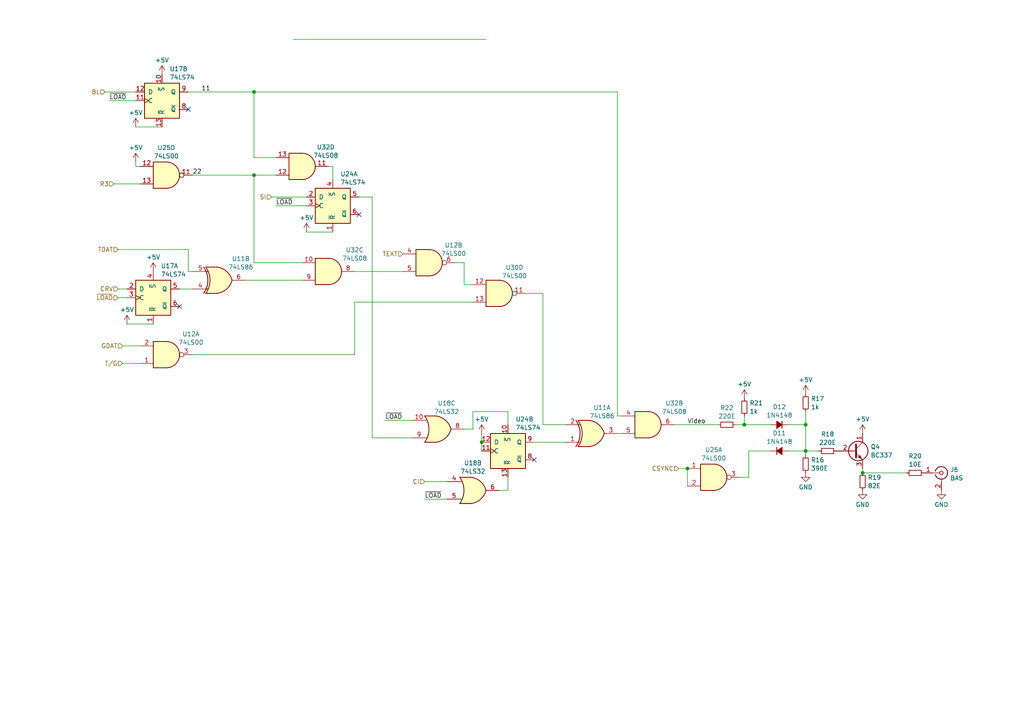
<source format=kicad_sch>
(kicad_sch (version 20231120) (generator "eeschema") (generator_version "8.0")
  (paper "A4")
  (title_block (title "EVA 86 (Epson Video Adapter)") (date "2024-10-12") (rev "v0.1") (company "100% Offner"))
  (lib_symbols
    (symbol "74xx:74LS00" (pin_names (offset 1.016))
      (property "Reference" "U" (at 0 1.27 0))
      (property "Value" "74LS00" (at 0 -1.27 0))
      (symbol "74LS00_1_1"
        (arc (start 0 -3.81) (mid 3.7934 0) (end 0 3.81) (stroke (width 0.254)) (fill (type background)))
        (polyline (pts (xy 0 3.81) (xy -3.81 3.81) (xy -3.81 -3.81) (xy 0 -3.81)) (stroke (width 0.254)) (fill (type background)))
        (pin input line (at -7.62 2.54 0) (length 3.81) (name "~") (number "1"))
        (pin input line (at -7.62 -2.54 0) (length 3.81) (name "~") (number "2"))
        (pin output inverted (at 7.62 0 180) (length 3.81) (name "~") (number "3"))
      )
      (symbol "74LS00_1_2"
        (arc (start -3.81 -3.81) (mid -2.589 0) (end -3.81 3.81) (stroke (width 0.254)))
        (arc (start -0.6096 -3.81) (mid 2.1842 -2.5851) (end 3.81 0) (stroke (width 0.254)) (fill (type background)))
        (polyline (pts (xy -3.81 -3.81) (xy -0.635 -3.81)) (stroke (width 0.254)) (fill (type background)))
        (polyline (pts (xy -3.81 3.81) (xy -0.635 3.81)) (stroke (width 0.254)) (fill (type background)))
        (polyline (pts (xy -0.635 3.81) (xy -3.81 3.81) (xy -3.81 3.81) (xy -3.556 3.4036) (xy -3.0226 2.2606) (xy -2.6924 1.0414) (xy -2.6162 -0.254) (xy -2.7686 -1.4986) (xy -3.175 -2.7178) (xy -3.81 -3.81) (xy -3.81 -3.81) (xy -0.635 -3.81)) (stroke (width -25.4)) (fill (type background)))
        (arc (start 3.81 0) (mid 2.1915 2.5936) (end -0.6096 3.81) (stroke (width 0.254)) (fill (type background)))
        (pin input inverted (at -7.62 2.54 0) (length 4.318) (name "~") (number "1"))
        (pin input inverted (at -7.62 -2.54 0) (length 4.318) (name "~") (number "2"))
        (pin output line (at 7.62 0 180) (length 3.81) (name "~") (number "3"))
      )
      (symbol "74LS00_2_1"
        (arc (start 0 -3.81) (mid 3.7934 0) (end 0 3.81) (stroke (width 0.254)) (fill (type background)))
        (polyline (pts (xy 0 3.81) (xy -3.81 3.81) (xy -3.81 -3.81) (xy 0 -3.81)) (stroke (width 0.254)) (fill (type background)))
        (pin input line (at -7.62 2.54 0) (length 3.81) (name "~") (number "4"))
        (pin input line (at -7.62 -2.54 0) (length 3.81) (name "~") (number "5"))
        (pin output inverted (at 7.62 0 180) (length 3.81) (name "~") (number "6"))
      )
      (symbol "74LS00_2_2"
        (arc (start -3.81 -3.81) (mid -2.589 0) (end -3.81 3.81) (stroke (width 0.254)))
        (arc (start -0.6096 -3.81) (mid 2.1842 -2.5851) (end 3.81 0) (stroke (width 0.254)) (fill (type background)))
        (polyline (pts (xy -3.81 -3.81) (xy -0.635 -3.81)) (stroke (width 0.254)) (fill (type background)))
        (polyline (pts (xy -3.81 3.81) (xy -0.635 3.81)) (stroke (width 0.254)) (fill (type background)))
        (polyline (pts (xy -0.635 3.81) (xy -3.81 3.81) (xy -3.81 3.81) (xy -3.556 3.4036) (xy -3.0226 2.2606) (xy -2.6924 1.0414) (xy -2.6162 -0.254) (xy -2.7686 -1.4986) (xy -3.175 -2.7178) (xy -3.81 -3.81) (xy -3.81 -3.81) (xy -0.635 -3.81)) (stroke (width -25.4)) (fill (type background)))
        (arc (start 3.81 0) (mid 2.1915 2.5936) (end -0.6096 3.81) (stroke (width 0.254)) (fill (type background)))
        (pin input inverted (at -7.62 2.54 0) (length 4.318) (name "~") (number "4"))
        (pin input inverted (at -7.62 -2.54 0) (length 4.318) (name "~") (number "5"))
        (pin output line (at 7.62 0 180) (length 3.81) (name "~") (number "6"))
      )
      (symbol "74LS00_3_1"
        (arc (start 0 -3.81) (mid 3.7934 0) (end 0 3.81) (stroke (width 0.254)) (fill (type background)))
        (polyline (pts (xy 0 3.81) (xy -3.81 3.81) (xy -3.81 -3.81) (xy 0 -3.81)) (stroke (width 0.254)) (fill (type background)))
        (pin input line (at -7.62 -2.54 0) (length 3.81) (name "~") (number "10"))
        (pin output inverted (at 7.62 0 180) (length 3.81) (name "~") (number "8"))
        (pin input line (at -7.62 2.54 0) (length 3.81) (name "~") (number "9"))
      )
      (symbol "74LS00_3_2"
        (arc (start -3.81 -3.81) (mid -2.589 0) (end -3.81 3.81) (stroke (width 0.254)))
        (arc (start -0.6096 -3.81) (mid 2.1842 -2.5851) (end 3.81 0) (stroke (width 0.254)) (fill (type background)))
        (polyline (pts (xy -3.81 -3.81) (xy -0.635 -3.81)) (stroke (width 0.254)) (fill (type background)))
        (polyline (pts (xy -3.81 3.81) (xy -0.635 3.81)) (stroke (width 0.254)) (fill (type background)))
        (polyline (pts (xy -0.635 3.81) (xy -3.81 3.81) (xy -3.81 3.81) (xy -3.556 3.4036) (xy -3.0226 2.2606) (xy -2.6924 1.0414) (xy -2.6162 -0.254) (xy -2.7686 -1.4986) (xy -3.175 -2.7178) (xy -3.81 -3.81) (xy -3.81 -3.81) (xy -0.635 -3.81)) (stroke (width -25.4)) (fill (type background)))
        (arc (start 3.81 0) (mid 2.1915 2.5936) (end -0.6096 3.81) (stroke (width 0.254)) (fill (type background)))
        (pin input inverted (at -7.62 -2.54 0) (length 4.318) (name "~") (number "10"))
        (pin output line (at 7.62 0 180) (length 3.81) (name "~") (number "8"))
        (pin input inverted (at -7.62 2.54 0) (length 4.318) (name "~") (number "9"))
      )
      (symbol "74LS00_4_1"
        (arc (start 0 -3.81) (mid 3.7934 0) (end 0 3.81) (stroke (width 0.254)) (fill (type background)))
        (polyline (pts (xy 0 3.81) (xy -3.81 3.81) (xy -3.81 -3.81) (xy 0 -3.81)) (stroke (width 0.254)) (fill (type background)))
        (pin output inverted (at 7.62 0 180) (length 3.81) (name "~") (number "11"))
        (pin input line (at -7.62 2.54 0) (length 3.81) (name "~") (number "12"))
        (pin input line (at -7.62 -2.54 0) (length 3.81) (name "~") (number "13"))
      )
      (symbol "74LS00_4_2"
        (arc (start -3.81 -3.81) (mid -2.589 0) (end -3.81 3.81) (stroke (width 0.254)))
        (arc (start -0.6096 -3.81) (mid 2.1842 -2.5851) (end 3.81 0) (stroke (width 0.254)) (fill (type background)))
        (polyline (pts (xy -3.81 -3.81) (xy -0.635 -3.81)) (stroke (width 0.254)) (fill (type background)))
        (polyline (pts (xy -3.81 3.81) (xy -0.635 3.81)) (stroke (width 0.254)) (fill (type background)))
        (polyline (pts (xy -0.635 3.81) (xy -3.81 3.81) (xy -3.81 3.81) (xy -3.556 3.4036) (xy -3.0226 2.2606) (xy -2.6924 1.0414) (xy -2.6162 -0.254) (xy -2.7686 -1.4986) (xy -3.175 -2.7178) (xy -3.81 -3.81) (xy -3.81 -3.81) (xy -0.635 -3.81)) (stroke (width -25.4)) (fill (type background)))
        (arc (start 3.81 0) (mid 2.1915 2.5936) (end -0.6096 3.81) (stroke (width 0.254)) (fill (type background)))
        (pin output line (at 7.62 0 180) (length 3.81) (name "~") (number "11"))
        (pin input inverted (at -7.62 2.54 0) (length 4.318) (name "~") (number "12"))
        (pin input inverted (at -7.62 -2.54 0) (length 4.318) (name "~") (number "13"))
      )
      (symbol "74LS00_5_0"
        (pin power_in line (at 0 12.7 270) (length 5.08) (name "VCC") (number "14"))
        (pin power_in line (at 0 -12.7 90) (length 5.08) (name "GND") (number "7"))
      )
      (symbol "74LS00_5_1"
        (rectangle (start -5.08 7.62) (end 5.08 -7.62) (stroke (width 0.254)) (fill (type background)))
      )
    )
    (symbol "74xx:74LS08" (pin_names (offset 1.016))
      (property "Reference" "U" (at 0 1.27 0))
      (property "Value" "74LS08" (at 0 -1.27 0))
      (symbol "74LS08_1_1"
        (arc (start 0 -3.81) (mid 3.7934 0) (end 0 3.81) (stroke (width 0.254)) (fill (type background)))
        (polyline (pts (xy 0 3.81) (xy -3.81 3.81) (xy -3.81 -3.81) (xy 0 -3.81)) (stroke (width 0.254)) (fill (type background)))
        (pin input line (at -7.62 2.54 0) (length 3.81) (name "~") (number "1"))
        (pin input line (at -7.62 -2.54 0) (length 3.81) (name "~") (number "2"))
        (pin output line (at 7.62 0 180) (length 3.81) (name "~") (number "3"))
      )
      (symbol "74LS08_1_2"
        (arc (start -3.81 -3.81) (mid -2.589 0) (end -3.81 3.81) (stroke (width 0.254)))
        (arc (start -0.6096 -3.81) (mid 2.1842 -2.5851) (end 3.81 0) (stroke (width 0.254)) (fill (type background)))
        (polyline (pts (xy -3.81 -3.81) (xy -0.635 -3.81)) (stroke (width 0.254)) (fill (type background)))
        (polyline (pts (xy -3.81 3.81) (xy -0.635 3.81)) (stroke (width 0.254)) (fill (type background)))
        (polyline (pts (xy -0.635 3.81) (xy -3.81 3.81) (xy -3.81 3.81) (xy -3.556 3.4036) (xy -3.0226 2.2606) (xy -2.6924 1.0414) (xy -2.6162 -0.254) (xy -2.7686 -1.4986) (xy -3.175 -2.7178) (xy -3.81 -3.81) (xy -3.81 -3.81) (xy -0.635 -3.81)) (stroke (width -25.4)) (fill (type background)))
        (arc (start 3.81 0) (mid 2.1915 2.5936) (end -0.6096 3.81) (stroke (width 0.254)) (fill (type background)))
        (pin input inverted (at -7.62 2.54 0) (length 4.318) (name "~") (number "1"))
        (pin input inverted (at -7.62 -2.54 0) (length 4.318) (name "~") (number "2"))
        (pin output inverted (at 7.62 0 180) (length 3.81) (name "~") (number "3"))
      )
      (symbol "74LS08_2_1"
        (arc (start 0 -3.81) (mid 3.7934 0) (end 0 3.81) (stroke (width 0.254)) (fill (type background)))
        (polyline (pts (xy 0 3.81) (xy -3.81 3.81) (xy -3.81 -3.81) (xy 0 -3.81)) (stroke (width 0.254)) (fill (type background)))
        (pin input line (at -7.62 2.54 0) (length 3.81) (name "~") (number "4"))
        (pin input line (at -7.62 -2.54 0) (length 3.81) (name "~") (number "5"))
        (pin output line (at 7.62 0 180) (length 3.81) (name "~") (number "6"))
      )
      (symbol "74LS08_2_2"
        (arc (start -3.81 -3.81) (mid -2.589 0) (end -3.81 3.81) (stroke (width 0.254)))
        (arc (start -0.6096 -3.81) (mid 2.1842 -2.5851) (end 3.81 0) (stroke (width 0.254)) (fill (type background)))
        (polyline (pts (xy -3.81 -3.81) (xy -0.635 -3.81)) (stroke (width 0.254)) (fill (type background)))
        (polyline (pts (xy -3.81 3.81) (xy -0.635 3.81)) (stroke (width 0.254)) (fill (type background)))
        (polyline (pts (xy -0.635 3.81) (xy -3.81 3.81) (xy -3.81 3.81) (xy -3.556 3.4036) (xy -3.0226 2.2606) (xy -2.6924 1.0414) (xy -2.6162 -0.254) (xy -2.7686 -1.4986) (xy -3.175 -2.7178) (xy -3.81 -3.81) (xy -3.81 -3.81) (xy -0.635 -3.81)) (stroke (width -25.4)) (fill (type background)))
        (arc (start 3.81 0) (mid 2.1915 2.5936) (end -0.6096 3.81) (stroke (width 0.254)) (fill (type background)))
        (pin input inverted (at -7.62 2.54 0) (length 4.318) (name "~") (number "4"))
        (pin input inverted (at -7.62 -2.54 0) (length 4.318) (name "~") (number "5"))
        (pin output inverted (at 7.62 0 180) (length 3.81) (name "~") (number "6"))
      )
      (symbol "74LS08_3_1"
        (arc (start 0 -3.81) (mid 3.7934 0) (end 0 3.81) (stroke (width 0.254)) (fill (type background)))
        (polyline (pts (xy 0 3.81) (xy -3.81 3.81) (xy -3.81 -3.81) (xy 0 -3.81)) (stroke (width 0.254)) (fill (type background)))
        (pin input line (at -7.62 -2.54 0) (length 3.81) (name "~") (number "10"))
        (pin output line (at 7.62 0 180) (length 3.81) (name "~") (number "8"))
        (pin input line (at -7.62 2.54 0) (length 3.81) (name "~") (number "9"))
      )
      (symbol "74LS08_3_2"
        (arc (start -3.81 -3.81) (mid -2.589 0) (end -3.81 3.81) (stroke (width 0.254)))
        (arc (start -0.6096 -3.81) (mid 2.1842 -2.5851) (end 3.81 0) (stroke (width 0.254)) (fill (type background)))
        (polyline (pts (xy -3.81 -3.81) (xy -0.635 -3.81)) (stroke (width 0.254)) (fill (type background)))
        (polyline (pts (xy -3.81 3.81) (xy -0.635 3.81)) (stroke (width 0.254)) (fill (type background)))
        (polyline (pts (xy -0.635 3.81) (xy -3.81 3.81) (xy -3.81 3.81) (xy -3.556 3.4036) (xy -3.0226 2.2606) (xy -2.6924 1.0414) (xy -2.6162 -0.254) (xy -2.7686 -1.4986) (xy -3.175 -2.7178) (xy -3.81 -3.81) (xy -3.81 -3.81) (xy -0.635 -3.81)) (stroke (width -25.4)) (fill (type background)))
        (arc (start 3.81 0) (mid 2.1915 2.5936) (end -0.6096 3.81) (stroke (width 0.254)) (fill (type background)))
        (pin input inverted (at -7.62 -2.54 0) (length 4.318) (name "~") (number "10"))
        (pin output inverted (at 7.62 0 180) (length 3.81) (name "~") (number "8"))
        (pin input inverted (at -7.62 2.54 0) (length 4.318) (name "~") (number "9"))
      )
      (symbol "74LS08_4_1"
        (arc (start 0 -3.81) (mid 3.7934 0) (end 0 3.81) (stroke (width 0.254)) (fill (type background)))
        (polyline (pts (xy 0 3.81) (xy -3.81 3.81) (xy -3.81 -3.81) (xy 0 -3.81)) (stroke (width 0.254)) (fill (type background)))
        (pin output line (at 7.62 0 180) (length 3.81) (name "~") (number "11"))
        (pin input line (at -7.62 2.54 0) (length 3.81) (name "~") (number "12"))
        (pin input line (at -7.62 -2.54 0) (length 3.81) (name "~") (number "13"))
      )
      (symbol "74LS08_4_2"
        (arc (start -3.81 -3.81) (mid -2.589 0) (end -3.81 3.81) (stroke (width 0.254)))
        (arc (start -0.6096 -3.81) (mid 2.1842 -2.5851) (end 3.81 0) (stroke (width 0.254)) (fill (type background)))
        (polyline (pts (xy -3.81 -3.81) (xy -0.635 -3.81)) (stroke (width 0.254)) (fill (type background)))
        (polyline (pts (xy -3.81 3.81) (xy -0.635 3.81)) (stroke (width 0.254)) (fill (type background)))
        (polyline (pts (xy -0.635 3.81) (xy -3.81 3.81) (xy -3.81 3.81) (xy -3.556 3.4036) (xy -3.0226 2.2606) (xy -2.6924 1.0414) (xy -2.6162 -0.254) (xy -2.7686 -1.4986) (xy -3.175 -2.7178) (xy -3.81 -3.81) (xy -3.81 -3.81) (xy -0.635 -3.81)) (stroke (width -25.4)) (fill (type background)))
        (arc (start 3.81 0) (mid 2.1915 2.5936) (end -0.6096 3.81) (stroke (width 0.254)) (fill (type background)))
        (pin output inverted (at 7.62 0 180) (length 3.81) (name "~") (number "11"))
        (pin input inverted (at -7.62 2.54 0) (length 4.318) (name "~") (number "12"))
        (pin input inverted (at -7.62 -2.54 0) (length 4.318) (name "~") (number "13"))
      )
      (symbol "74LS08_5_0"
        (pin power_in line (at 0 12.7 270) (length 5.08) (name "VCC") (number "14"))
        (pin power_in line (at 0 -12.7 90) (length 5.08) (name "GND") (number "7"))
      )
      (symbol "74LS08_5_1"
        (rectangle (start -5.08 7.62) (end 5.08 -7.62) (stroke (width 0.254)) (fill (type background)))
      )
    )
    (symbol "74xx:74LS32" (pin_names (offset 1.016))
      (property "Reference" "U" (at 0 1.27 0))
      (property "Value" "74LS32" (at 0 -1.27 0))
      (symbol "74LS32_1_1"
        (arc (start -3.81 -3.81) (mid -2.589 0) (end -3.81 3.81) (stroke (width 0.254)))
        (arc (start -0.6096 -3.81) (mid 2.1842 -2.5851) (end 3.81 0) (stroke (width 0.254)) (fill (type background)))
        (polyline (pts (xy -3.81 -3.81) (xy -0.635 -3.81)) (stroke (width 0.254)) (fill (type background)))
        (polyline (pts (xy -3.81 3.81) (xy -0.635 3.81)) (stroke (width 0.254)) (fill (type background)))
        (polyline (pts (xy -0.635 3.81) (xy -3.81 3.81) (xy -3.81 3.81) (xy -3.556 3.4036) (xy -3.0226 2.2606) (xy -2.6924 1.0414) (xy -2.6162 -0.254) (xy -2.7686 -1.4986) (xy -3.175 -2.7178) (xy -3.81 -3.81) (xy -3.81 -3.81) (xy -0.635 -3.81)) (stroke (width -25.4)) (fill (type background)))
        (arc (start 3.81 0) (mid 2.1915 2.5936) (end -0.6096 3.81) (stroke (width 0.254)) (fill (type background)))
        (pin input line (at -7.62 2.54 0) (length 4.318) (name "~") (number "1"))
        (pin input line (at -7.62 -2.54 0) (length 4.318) (name "~") (number "2"))
        (pin output line (at 7.62 0 180) (length 3.81) (name "~") (number "3"))
      )
      (symbol "74LS32_1_2"
        (arc (start 0 -3.81) (mid 3.7934 0) (end 0 3.81) (stroke (width 0.254)) (fill (type background)))
        (polyline (pts (xy 0 3.81) (xy -3.81 3.81) (xy -3.81 -3.81) (xy 0 -3.81)) (stroke (width 0.254)) (fill (type background)))
        (pin input inverted (at -7.62 2.54 0) (length 3.81) (name "~") (number "1"))
        (pin input inverted (at -7.62 -2.54 0) (length 3.81) (name "~") (number "2"))
        (pin output inverted (at 7.62 0 180) (length 3.81) (name "~") (number "3"))
      )
      (symbol "74LS32_2_1"
        (arc (start -3.81 -3.81) (mid -2.589 0) (end -3.81 3.81) (stroke (width 0.254)))
        (arc (start -0.6096 -3.81) (mid 2.1842 -2.5851) (end 3.81 0) (stroke (width 0.254)) (fill (type background)))
        (polyline (pts (xy -3.81 -3.81) (xy -0.635 -3.81)) (stroke (width 0.254)) (fill (type background)))
        (polyline (pts (xy -3.81 3.81) (xy -0.635 3.81)) (stroke (width 0.254)) (fill (type background)))
        (polyline (pts (xy -0.635 3.81) (xy -3.81 3.81) (xy -3.81 3.81) (xy -3.556 3.4036) (xy -3.0226 2.2606) (xy -2.6924 1.0414) (xy -2.6162 -0.254) (xy -2.7686 -1.4986) (xy -3.175 -2.7178) (xy -3.81 -3.81) (xy -3.81 -3.81) (xy -0.635 -3.81)) (stroke (width -25.4)) (fill (type background)))
        (arc (start 3.81 0) (mid 2.1915 2.5936) (end -0.6096 3.81) (stroke (width 0.254)) (fill (type background)))
        (pin input line (at -7.62 2.54 0) (length 4.318) (name "~") (number "4"))
        (pin input line (at -7.62 -2.54 0) (length 4.318) (name "~") (number "5"))
        (pin output line (at 7.62 0 180) (length 3.81) (name "~") (number "6"))
      )
      (symbol "74LS32_2_2"
        (arc (start 0 -3.81) (mid 3.7934 0) (end 0 3.81) (stroke (width 0.254)) (fill (type background)))
        (polyline (pts (xy 0 3.81) (xy -3.81 3.81) (xy -3.81 -3.81) (xy 0 -3.81)) (stroke (width 0.254)) (fill (type background)))
        (pin input inverted (at -7.62 2.54 0) (length 3.81) (name "~") (number "4"))
        (pin input inverted (at -7.62 -2.54 0) (length 3.81) (name "~") (number "5"))
        (pin output inverted (at 7.62 0 180) (length 3.81) (name "~") (number "6"))
      )
      (symbol "74LS32_3_1"
        (arc (start -3.81 -3.81) (mid -2.589 0) (end -3.81 3.81) (stroke (width 0.254)))
        (arc (start -0.6096 -3.81) (mid 2.1842 -2.5851) (end 3.81 0) (stroke (width 0.254)) (fill (type background)))
        (polyline (pts (xy -3.81 -3.81) (xy -0.635 -3.81)) (stroke (width 0.254)) (fill (type background)))
        (polyline (pts (xy -3.81 3.81) (xy -0.635 3.81)) (stroke (width 0.254)) (fill (type background)))
        (polyline (pts (xy -0.635 3.81) (xy -3.81 3.81) (xy -3.81 3.81) (xy -3.556 3.4036) (xy -3.0226 2.2606) (xy -2.6924 1.0414) (xy -2.6162 -0.254) (xy -2.7686 -1.4986) (xy -3.175 -2.7178) (xy -3.81 -3.81) (xy -3.81 -3.81) (xy -0.635 -3.81)) (stroke (width -25.4)) (fill (type background)))
        (arc (start 3.81 0) (mid 2.1915 2.5936) (end -0.6096 3.81) (stroke (width 0.254)) (fill (type background)))
        (pin input line (at -7.62 -2.54 0) (length 4.318) (name "~") (number "10"))
        (pin output line (at 7.62 0 180) (length 3.81) (name "~") (number "8"))
        (pin input line (at -7.62 2.54 0) (length 4.318) (name "~") (number "9"))
      )
      (symbol "74LS32_3_2"
        (arc (start 0 -3.81) (mid 3.7934 0) (end 0 3.81) (stroke (width 0.254)) (fill (type background)))
        (polyline (pts (xy 0 3.81) (xy -3.81 3.81) (xy -3.81 -3.81) (xy 0 -3.81)) (stroke (width 0.254)) (fill (type background)))
        (pin input inverted (at -7.62 -2.54 0) (length 3.81) (name "~") (number "10"))
        (pin output inverted (at 7.62 0 180) (length 3.81) (name "~") (number "8"))
        (pin input inverted (at -7.62 2.54 0) (length 3.81) (name "~") (number "9"))
      )
      (symbol "74LS32_4_1"
        (arc (start -3.81 -3.81) (mid -2.589 0) (end -3.81 3.81) (stroke (width 0.254)))
        (arc (start -0.6096 -3.81) (mid 2.1842 -2.5851) (end 3.81 0) (stroke (width 0.254)) (fill (type background)))
        (polyline (pts (xy -3.81 -3.81) (xy -0.635 -3.81)) (stroke (width 0.254)) (fill (type background)))
        (polyline (pts (xy -3.81 3.81) (xy -0.635 3.81)) (stroke (width 0.254)) (fill (type background)))
        (polyline (pts (xy -0.635 3.81) (xy -3.81 3.81) (xy -3.81 3.81) (xy -3.556 3.4036) (xy -3.0226 2.2606) (xy -2.6924 1.0414) (xy -2.6162 -0.254) (xy -2.7686 -1.4986) (xy -3.175 -2.7178) (xy -3.81 -3.81) (xy -3.81 -3.81) (xy -0.635 -3.81)) (stroke (width -25.4)) (fill (type background)))
        (arc (start 3.81 0) (mid 2.1915 2.5936) (end -0.6096 3.81) (stroke (width 0.254)) (fill (type background)))
        (pin output line (at 7.62 0 180) (length 3.81) (name "~") (number "11"))
        (pin input line (at -7.62 2.54 0) (length 4.318) (name "~") (number "12"))
        (pin input line (at -7.62 -2.54 0) (length 4.318) (name "~") (number "13"))
      )
      (symbol "74LS32_4_2"
        (arc (start 0 -3.81) (mid 3.7934 0) (end 0 3.81) (stroke (width 0.254)) (fill (type background)))
        (polyline (pts (xy 0 3.81) (xy -3.81 3.81) (xy -3.81 -3.81) (xy 0 -3.81)) (stroke (width 0.254)) (fill (type background)))
        (pin output inverted (at 7.62 0 180) (length 3.81) (name "~") (number "11"))
        (pin input inverted (at -7.62 2.54 0) (length 3.81) (name "~") (number "12"))
        (pin input inverted (at -7.62 -2.54 0) (length 3.81) (name "~") (number "13"))
      )
      (symbol "74LS32_5_0"
        (pin power_in line (at 0 12.7 270) (length 5.08) (name "VCC") (number "14"))
        (pin power_in line (at 0 -12.7 90) (length 5.08) (name "GND") (number "7"))
      )
      (symbol "74LS32_5_1"
        (rectangle (start -5.08 7.62) (end 5.08 -7.62) (stroke (width 0.254)) (fill (type background)))
      )
    )
    (symbol "74xx:74LS74" (pin_names (offset 1.016))
      (property "Reference" "U" (at -7.62 8.89 0))
      (property "Value" "74LS74" (at -7.62 -8.89 0))
      (symbol "74LS74_1_0"
        (pin input line (at 0 -7.62 90) (length 2.54) (name "~{R}") (number "1"))
        (pin input line (at -7.62 2.54 0) (length 2.54) (name "D") (number "2"))
        (pin input clock (at -7.62 0 0) (length 2.54) (name "C") (number "3"))
        (pin input line (at 0 7.62 270) (length 2.54) (name "~{S}") (number "4"))
        (pin output line (at 7.62 2.54 180) (length 2.54) (name "Q") (number "5"))
        (pin output line (at 7.62 -2.54 180) (length 2.54) (name "~{Q}") (number "6"))
      )
      (symbol "74LS74_1_1"
        (rectangle (start -5.08 5.08) (end 5.08 -5.08) (stroke (width 0.254)) (fill (type background)))
      )
      (symbol "74LS74_2_0"
        (pin input line (at 0 7.62 270) (length 2.54) (name "~{S}") (number "10"))
        (pin input clock (at -7.62 0 0) (length 2.54) (name "C") (number "11"))
        (pin input line (at -7.62 2.54 0) (length 2.54) (name "D") (number "12"))
        (pin input line (at 0 -7.62 90) (length 2.54) (name "~{R}") (number "13"))
        (pin output line (at 7.62 -2.54 180) (length 2.54) (name "~{Q}") (number "8"))
        (pin output line (at 7.62 2.54 180) (length 2.54) (name "Q") (number "9"))
      )
      (symbol "74LS74_2_1"
        (rectangle (start -5.08 5.08) (end 5.08 -5.08) (stroke (width 0.254)) (fill (type background)))
      )
      (symbol "74LS74_3_0"
        (pin power_in line (at 0 10.16 270) (length 2.54) (name "VCC") (number "14"))
        (pin power_in line (at 0 -10.16 90) (length 2.54) (name "GND") (number "7"))
      )
      (symbol "74LS74_3_1"
        (rectangle (start -5.08 7.62) (end 5.08 -7.62) (stroke (width 0.254)) (fill (type background)))
      )
    )
    (symbol "74xx:74LS86" (pin_names (offset 1.016))
      (property "Reference" "U" (at 0 1.27 0))
      (property "Value" "74LS86" (at 0 -1.27 0))
      (symbol "74LS86_1_0"
        (arc (start -4.4196 -3.81) (mid -3.2033 0) (end -4.4196 3.81) (stroke (width 0.254)))
        (arc (start -3.81 -3.81) (mid -2.589 0) (end -3.81 3.81) (stroke (width 0.254)))
        (arc (start -0.6096 -3.81) (mid 2.1842 -2.5851) (end 3.81 0) (stroke (width 0.254)) (fill (type background)))
        (polyline (pts (xy -3.81 -3.81) (xy -0.635 -3.81)) (stroke (width 0.254)) (fill (type background)))
        (polyline (pts (xy -3.81 3.81) (xy -0.635 3.81)) (stroke (width 0.254)) (fill (type background)))
        (polyline (pts (xy -0.635 3.81) (xy -3.81 3.81) (xy -3.81 3.81) (xy -3.556 3.4036) (xy -3.0226 2.2606) (xy -2.6924 1.0414) (xy -2.6162 -0.254) (xy -2.7686 -1.4986) (xy -3.175 -2.7178) (xy -3.81 -3.81) (xy -3.81 -3.81) (xy -0.635 -3.81)) (stroke (width -25.4)) (fill (type background)))
        (arc (start 3.81 0) (mid 2.1915 2.5936) (end -0.6096 3.81) (stroke (width 0.254)) (fill (type background)))
        (pin input line (at -7.62 2.54 0) (length 4.445) (name "~") (number "1"))
        (pin input line (at -7.62 -2.54 0) (length 4.445) (name "~") (number "2"))
        (pin output line (at 7.62 0 180) (length 3.81) (name "~") (number "3"))
      )
      (symbol "74LS86_1_1"
        (polyline (pts (xy -3.81 -2.54) (xy -3.175 -2.54)) (stroke (width 0.1524)))
        (polyline (pts (xy -3.81 2.54) (xy -3.175 2.54)) (stroke (width 0.1524)))
      )
      (symbol "74LS86_2_0"
        (arc (start -4.4196 -3.81) (mid -3.2033 0) (end -4.4196 3.81) (stroke (width 0.254)))
        (arc (start -3.81 -3.81) (mid -2.589 0) (end -3.81 3.81) (stroke (width 0.254)))
        (arc (start -0.6096 -3.81) (mid 2.1842 -2.5851) (end 3.81 0) (stroke (width 0.254)) (fill (type background)))
        (polyline (pts (xy -3.81 -3.81) (xy -0.635 -3.81)) (stroke (width 0.254)) (fill (type background)))
        (polyline (pts (xy -3.81 3.81) (xy -0.635 3.81)) (stroke (width 0.254)) (fill (type background)))
        (polyline (pts (xy -0.635 3.81) (xy -3.81 3.81) (xy -3.81 3.81) (xy -3.556 3.4036) (xy -3.0226 2.2606) (xy -2.6924 1.0414) (xy -2.6162 -0.254) (xy -2.7686 -1.4986) (xy -3.175 -2.7178) (xy -3.81 -3.81) (xy -3.81 -3.81) (xy -0.635 -3.81)) (stroke (width -25.4)) (fill (type background)))
        (arc (start 3.81 0) (mid 2.1915 2.5936) (end -0.6096 3.81) (stroke (width 0.254)) (fill (type background)))
        (pin input line (at -7.62 2.54 0) (length 4.445) (name "~") (number "4"))
        (pin input line (at -7.62 -2.54 0) (length 4.445) (name "~") (number "5"))
        (pin output line (at 7.62 0 180) (length 3.81) (name "~") (number "6"))
      )
      (symbol "74LS86_2_1"
        (polyline (pts (xy -3.81 -2.54) (xy -3.175 -2.54)) (stroke (width 0.1524)))
        (polyline (pts (xy -3.81 2.54) (xy -3.175 2.54)) (stroke (width 0.1524)))
      )
      (symbol "74LS86_3_0"
        (arc (start -4.4196 -3.81) (mid -3.2033 0) (end -4.4196 3.81) (stroke (width 0.254)))
        (arc (start -3.81 -3.81) (mid -2.589 0) (end -3.81 3.81) (stroke (width 0.254)))
        (arc (start -0.6096 -3.81) (mid 2.1842 -2.5851) (end 3.81 0) (stroke (width 0.254)) (fill (type background)))
        (polyline (pts (xy -3.81 -3.81) (xy -0.635 -3.81)) (stroke (width 0.254)) (fill (type background)))
        (polyline (pts (xy -3.81 3.81) (xy -0.635 3.81)) (stroke (width 0.254)) (fill (type background)))
        (polyline (pts (xy -0.635 3.81) (xy -3.81 3.81) (xy -3.81 3.81) (xy -3.556 3.4036) (xy -3.0226 2.2606) (xy -2.6924 1.0414) (xy -2.6162 -0.254) (xy -2.7686 -1.4986) (xy -3.175 -2.7178) (xy -3.81 -3.81) (xy -3.81 -3.81) (xy -0.635 -3.81)) (stroke (width -25.4)) (fill (type background)))
        (arc (start 3.81 0) (mid 2.1915 2.5936) (end -0.6096 3.81) (stroke (width 0.254)) (fill (type background)))
        (pin input line (at -7.62 -2.54 0) (length 4.445) (name "~") (number "10"))
        (pin output line (at 7.62 0 180) (length 3.81) (name "~") (number "8"))
        (pin input line (at -7.62 2.54 0) (length 4.445) (name "~") (number "9"))
      )
      (symbol "74LS86_3_1"
        (polyline (pts (xy -3.81 -2.54) (xy -3.175 -2.54)) (stroke (width 0.1524)))
        (polyline (pts (xy -3.81 2.54) (xy -3.175 2.54)) (stroke (width 0.1524)))
      )
      (symbol "74LS86_4_0"
        (arc (start -4.4196 -3.81) (mid -3.2033 0) (end -4.4196 3.81) (stroke (width 0.254)))
        (arc (start -3.81 -3.81) (mid -2.589 0) (end -3.81 3.81) (stroke (width 0.254)))
        (arc (start -0.6096 -3.81) (mid 2.1842 -2.5851) (end 3.81 0) (stroke (width 0.254)) (fill (type background)))
        (polyline (pts (xy -3.81 -3.81) (xy -0.635 -3.81)) (stroke (width 0.254)) (fill (type background)))
        (polyline (pts (xy -3.81 3.81) (xy -0.635 3.81)) (stroke (width 0.254)) (fill (type background)))
        (polyline (pts (xy -0.635 3.81) (xy -3.81 3.81) (xy -3.81 3.81) (xy -3.556 3.4036) (xy -3.0226 2.2606) (xy -2.6924 1.0414) (xy -2.6162 -0.254) (xy -2.7686 -1.4986) (xy -3.175 -2.7178) (xy -3.81 -3.81) (xy -3.81 -3.81) (xy -0.635 -3.81)) (stroke (width -25.4)) (fill (type background)))
        (arc (start 3.81 0) (mid 2.1915 2.5936) (end -0.6096 3.81) (stroke (width 0.254)) (fill (type background)))
        (pin output line (at 7.62 0 180) (length 3.81) (name "~") (number "11"))
        (pin input line (at -7.62 2.54 0) (length 4.445) (name "~") (number "12"))
        (pin input line (at -7.62 -2.54 0) (length 4.445) (name "~") (number "13"))
      )
      (symbol "74LS86_4_1"
        (polyline (pts (xy -3.81 -2.54) (xy -3.175 -2.54)) (stroke (width 0.1524)))
        (polyline (pts (xy -3.81 2.54) (xy -3.175 2.54)) (stroke (width 0.1524)))
      )
      (symbol "74LS86_5_0"
        (pin power_in line (at 0 12.7 270) (length 5.08) (name "VCC") (number "14"))
        (pin power_in line (at 0 -12.7 90) (length 5.08) (name "GND") (number "7"))
      )
      (symbol "74LS86_5_1"
        (rectangle (start -5.08 7.62) (end 5.08 -7.62) (stroke (width 0.254)) (fill (type background)))
      )
    )
    (symbol "Connector:Conn_Coaxial" (pin_names (offset 1.016) hide)
      (property "Reference" "J" (at 0.254 3.048 0))
      (property "Value" "Conn_Coaxial" (at 2.921 0 90))
      (symbol "Conn_Coaxial_0_1"
        (arc (start -1.778 -0.508) (mid 0.2311 -1.8066) (end 1.778 0) (stroke (width 0.254)))
        (polyline (pts (xy -2.54 0) (xy -0.508 0)))
        (polyline (pts (xy 0 -2.54) (xy 0 -1.778)))
        (circle (center 0 0) (radius 0.508) (stroke (width 0.2032)))
        (arc (start 1.778 0) (mid 0.2099 1.8101) (end -1.778 0.508) (stroke (width 0.254)))
      )
      (symbol "Conn_Coaxial_1_1"
        (pin passive line (at -5.08 0 0) (length 2.54) (name "In") (number "1"))
        (pin passive line (at 0 -5.08 90) (length 2.54) (name "Ext") (number "2"))
      )
    )
    (symbol "Device:D_Small_Filled" (pin_numbers hide) (pin_names (offset 0.254) hide)
      (property "Reference" "D" (at -1.27 2.032 0))
      (property "Value" "D_Small_Filled" (at -3.81 -2.032 0))
      (symbol "D_Small_Filled_0_1"
        (polyline (pts (xy -0.762 -1.016) (xy -0.762 1.016)) (stroke (width 0.254)))
        (polyline (pts (xy -0.762 0) (xy 0.762 0)))
        (polyline (pts (xy 0.762 -1.016) (xy -0.762 0) (xy 0.762 1.016) (xy 0.762 -1.016)) (stroke (width 0.254)) (fill (type outline)))
      )
      (symbol "D_Small_Filled_1_1"
        (pin passive line (at -2.54 0 0) (length 1.778) (name "K") (number "1"))
        (pin passive line (at 2.54 0 180) (length 1.778) (name "A") (number "2"))
      )
    )
    (symbol "Device:R_Small" (pin_numbers hide) (pin_names (offset 0.254) hide)
      (property "Reference" "R" (at 0.762 0.508 0))
      (property "Value" "R_Small" (at 0.762 -1.016 0))
      (symbol "R_Small_0_1"
        (rectangle (start -0.762 1.778) (end 0.762 -1.778) (stroke (width 0.2032)))
      )
      (symbol "R_Small_1_1"
        (pin passive line (at 0 2.54 270) (length 0.762) (name "~") (number "1"))
        (pin passive line (at 0 -2.54 90) (length 0.762) (name "~") (number "2"))
      )
    )
    (symbol "Transistor_BJT:BC337" (pin_names (offset 0) hide)
      (property "Reference" "Q" (at 5.08 1.905 0))
      (property "Value" "BC337" (at 5.08 0 0))
      (symbol "BC337_0_1"
        (polyline (pts (xy 0 0) (xy 0.635 0)))
        (polyline (pts (xy 0.635 0.635) (xy 2.54 2.54)))
        (polyline (pts (xy 0.635 -0.635) (xy 2.54 -2.54) (xy 2.54 -2.54)))
        (polyline (pts (xy 0.635 1.905) (xy 0.635 -1.905) (xy 0.635 -1.905)) (stroke (width 0.508)))
        (polyline (pts (xy 1.27 -1.778) (xy 1.778 -1.27) (xy 2.286 -2.286) (xy 1.27 -1.778) (xy 1.27 -1.778)) (fill (type outline)))
        (circle (center 1.27 0) (radius 2.8194) (stroke (width 0.254)))
      )
      (symbol "BC337_1_1"
        (pin passive line (at 2.54 5.08 270) (length 2.54) (name "C") (number "1"))
        (pin input line (at -5.08 0 0) (length 5.08) (name "B") (number "2"))
        (pin passive line (at 2.54 -5.08 90) (length 2.54) (name "E") (number "3"))
      )
    )
    (symbol "power:+5V" (power) (pin_names (offset 0))
      (property "Value" "+5V" (at 0 3.556 0))
      (symbol "+5V_0_1"
        (polyline (pts (xy -0.762 1.27) (xy 0 2.54)))
        (polyline (pts (xy 0 0) (xy 0 2.54)))
        (polyline (pts (xy 0 2.54) (xy 0.762 1.27)))
      )
      (symbol "+5V_1_1"
        (pin power_in line (at 0 0 90) (length 0) hide (name "+5V") (number "1"))
      )
    )
    (symbol "power:GND" (power) (pin_names (offset 0))
      (property "Value" "GND" (at 0 -3.81 0))
      (symbol "GND_0_1"
        (polyline (pts (xy 0 0) (xy 0 -1.27) (xy 1.27 -1.27) (xy 0 -2.54) (xy -1.27 -1.27) (xy 0 -1.27)))
      )
      (symbol "GND_1_1"
        (pin power_in line (at 0 0 270) (length 0) hide (name "GND") (number "1"))
      )
    )
  )
  (junction (at 73.66 26.67))
  (junction (at 233.68 123.19))
  (junction (at 250.19 137.16))
  (junction (at 215.9 123.19))
  (junction (at 73.66 50.8))
  (junction (at 233.68 130.81))
  (junction (at 139.7 128.27))
  (junction (at 199.39 135.89))
  (no_connect (at 52.07 88.9))
  (no_connect (at 104.14 62.23))
  (no_connect (at 154.94 133.35))
  (no_connect (at 54.61 31.75))
  (wire (pts (xy 88.9 67.31) (xy 96.52 67.31)))
  (wire (pts (xy 180.34 120.65) (xy 179.07 120.65)))
  (wire (pts (xy 96.52 48.26) (xy 96.52 52.07)))
  (wire (pts (xy 111.76 121.92) (xy 119.38 121.92)))
  (wire (pts (xy 199.39 135.89) (xy 199.39 140.97)))
  (wire (pts (xy 134.62 76.2) (xy 134.62 82.55)))
  (wire (pts (xy 233.68 130.81) (xy 237.49 130.81)))
  (wire (pts (xy 73.66 45.72) (xy 80.01 45.72)))
  (wire (pts (xy 107.95 57.15) (xy 107.95 127)))
  (wire (pts (xy 52.07 83.82) (xy 55.88 83.82)))
  (wire (pts (xy 215.9 123.19) (xy 215.9 120.65)))
  (wire (pts (xy 213.36 123.19) (xy 215.9 123.19)))
  (wire (pts (xy 54.61 72.39) (xy 34.29 72.39)))
  (wire (pts (xy 250.19 137.16) (xy 250.19 135.89)))
  (wire (pts (xy 157.48 123.19) (xy 163.83 123.19)))
  (wire (pts (xy 157.48 85.09) (xy 157.48 123.19)))
  (wire (pts (xy 73.66 50.8) (xy 73.66 76.2)))
  (wire (pts (xy 132.08 76.2) (xy 134.62 76.2)))
  (wire (pts (xy 233.68 130.81) (xy 233.68 132.08)))
  (wire (pts (xy 39.37 36.83) (xy 46.99 36.83)))
  (wire (pts (xy 34.29 83.82) (xy 36.83 83.82)))
  (wire (pts (xy 139.7 128.27) (xy 139.7 130.81)))
  (wire (pts (xy 78.74 57.15) (xy 88.9 57.15)))
  (wire (pts (xy 137.16 82.55) (xy 134.62 82.55)))
  (wire (pts (xy 147.32 123.19) (xy 147.32 119.38)))
  (wire (pts (xy 36.83 93.98) (xy 44.45 93.98)))
  (wire (pts (xy 104.14 57.15) (xy 107.95 57.15)))
  (wire (pts (xy 31.75 29.21) (xy 39.37 29.21)))
  (wire (pts (xy 54.61 72.39) (xy 54.61 78.74)))
  (wire (pts (xy 195.58 123.19) (xy 208.28 123.19)))
  (wire (pts (xy 250.19 137.16) (xy 262.89 137.16)))
  (wire (pts (xy 85.09 11.43) (xy 140.97 11.43)))
  (wire (pts (xy 196.85 135.89) (xy 199.39 135.89)))
  (wire (pts (xy 233.68 123.19) (xy 233.68 130.81)))
  (wire (pts (xy 35.56 100.33) (xy 40.64 100.33)))
  (wire (pts (xy 33.02 53.34) (xy 40.64 53.34)))
  (wire (pts (xy 223.52 123.19) (xy 215.9 123.19)))
  (wire (pts (xy 137.16 124.46) (xy 137.16 119.38)))
  (wire (pts (xy 214.63 138.43) (xy 217.17 138.43)))
  (wire (pts (xy 39.37 46.99) (xy 39.37 48.26)))
  (wire (pts (xy 35.56 105.41) (xy 40.64 105.41)))
  (wire (pts (xy 134.62 124.46) (xy 137.16 124.46)))
  (wire (pts (xy 40.64 48.26) (xy 39.37 48.26)))
  (wire (pts (xy 147.32 138.43) (xy 147.32 142.24)))
  (wire (pts (xy 102.87 78.74) (xy 116.84 78.74)))
  (wire (pts (xy 217.17 138.43) (xy 217.17 130.81)))
  (wire (pts (xy 102.87 87.63) (xy 137.16 87.63)))
  (wire (pts (xy 123.19 139.7) (xy 129.54 139.7)))
  (wire (pts (xy 73.66 76.2) (xy 87.63 76.2)))
  (wire (pts (xy 95.25 48.26) (xy 96.52 48.26)))
  (wire (pts (xy 34.29 86.36) (xy 36.83 86.36)))
  (wire (pts (xy 180.34 125.73) (xy 179.07 125.73)))
  (wire (pts (xy 80.01 59.69) (xy 88.9 59.69)))
  (wire (pts (xy 123.19 144.78) (xy 129.54 144.78)))
  (wire (pts (xy 179.07 120.65) (xy 179.07 26.67)))
  (wire (pts (xy 55.88 50.8) (xy 73.66 50.8)))
  (wire (pts (xy 152.4 85.09) (xy 157.48 85.09)))
  (wire (pts (xy 73.66 45.72) (xy 73.66 26.67)))
  (wire (pts (xy 71.12 81.28) (xy 87.63 81.28)))
  (wire (pts (xy 102.87 102.87) (xy 102.87 87.63)))
  (wire (pts (xy 30.48 26.67) (xy 39.37 26.67)))
  (wire (pts (xy 55.88 102.87) (xy 102.87 102.87)))
  (wire (pts (xy 73.66 50.8) (xy 80.01 50.8)))
  (wire (pts (xy 107.95 127) (xy 119.38 127)))
  (wire (pts (xy 228.6 130.81) (xy 233.68 130.81)))
  (wire (pts (xy 217.17 130.81) (xy 223.52 130.81)))
  (wire (pts (xy 54.61 26.67) (xy 73.66 26.67)))
  (wire (pts (xy 139.7 125.73) (xy 139.7 128.27)))
  (wire (pts (xy 228.6 123.19) (xy 233.68 123.19)))
  (wire (pts (xy 179.07 26.67) (xy 73.66 26.67)))
  (wire (pts (xy 154.94 128.27) (xy 163.83 128.27)))
  (wire (pts (xy 147.32 119.38) (xy 137.16 119.38)))
  (wire (pts (xy 147.32 142.24) (xy 144.78 142.24)))
  (wire (pts (xy 233.68 119.38) (xy 233.68 123.19)))
  (wire (pts (xy 54.61 78.74) (xy 55.88 78.74)))
  (label "Video" (at 199.39 123.19 0))
  (label "~{LOAD}" (at 80.01 59.69 0))
  (label "~{LOAD}" (at 123.19 144.78 0))
  (label "11" (at 58.42 26.67 0))
  (label "22" (at 55.88 50.8 0))
  (label "~{LOAD}" (at 111.76 121.92 0))
  (label "~{LOAD}" (at 31.75 29.21 0))
  (hierarchical_label "TDAT" (shape input) (at 34.29 72.39 180))
  (hierarchical_label "CRV" (shape input) (at 34.29 83.82 180))
  (hierarchical_label "R3" (shape input) (at 33.02 53.34 180))
  (hierarchical_label "CI" (shape input) (at 123.19 139.7 180))
  (hierarchical_label "T{slash}G" (shape input) (at 35.56 105.41 180))
  (hierarchical_label "BL" (shape input) (at 30.48 26.67 180))
  (hierarchical_label "~{LOAD}" (shape input) (at 34.29 86.36 180))
  (hierarchical_label "CSYNC" (shape input) (at 196.85 135.89 180))
  (hierarchical_label "SI" (shape input) (at 78.74 57.15 180))
  (hierarchical_label "GDAT" (shape input) (at 35.56 100.33 180))
  (hierarchical_label "TEXT" (shape input) (at 116.84 73.66 180))
  (symbol (lib_id "74xx:74LS32") (at 127 124.46 0) (mirror x) (unit 3)
    (property "Reference" "U18" (at 129.54 116.9558 0))
    (property "Value" "74LS32" (at 129.54 119.38 0))
    (property "Footprint" "Package_DIP:DIP-14_W7.62mm_LongPads" (effects (hide yes)))
    (property "Datasheet" "http://www.ti.com/lit/gpn/sn74LS32" (effects (hide yes)))
  )
  (symbol (lib_id "power:GND") (at 273.05 142.24 0) (unit 1)
    (property "Reference" "#PWR0112" (effects (hide yes)))
    (property "Value" "GND" (at 273.05 146.3731 0))
  )
  (symbol (lib_id "Device:R_Small") (at 233.68 116.84 0) (unit 1)
    (property "Reference" "R17" (at 235.1786 115.6279 0) (effects (justify left)))
    (property "Value" "1k" (at 235.1786 118.0521 0) (effects (justify left)))
    (property "Footprint" "Resistor_THT:R_Axial_DIN0411_L9.9mm_D3.6mm_P12.70mm_Horizontal" (effects (hide yes)))
  )
  (symbol (lib_id "power:+5V") (at 46.99 21.59 0) (unit 1)
    (property "Reference" "#PWR0106" (effects (hide yes)))
    (property "Value" "+5V" (at 46.99 17.4569 0))
  )
  (symbol (lib_id "Device:R_Small") (at 265.43 137.16 90) (unit 1)
    (property "Reference" "R20" (at 265.43 132.2791 90))
    (property "Value" "10E" (at 265.43 134.7033 90))
    (property "Footprint" "Resistor_THT:R_Axial_DIN0411_L9.9mm_D3.6mm_P12.70mm_Horizontal" (effects (hide yes)))
  )
  (symbol (lib_id "power:+5V") (at 36.83 93.98 0) (unit 1)
    (property "Reference" "#PWR0105" (effects (hide yes)))
    (property "Value" "+5V" (at 36.83 89.8469 0))
  )
  (symbol (lib_id "74xx:74LS00") (at 48.26 102.87 0) (mirror x) (unit 1)
    (property "Reference" "U12" (at 55.372 96.8898 0))
    (property "Value" "74LS00" (at 55.372 99.314 0))
    (property "Footprint" "Package_DIP:DIP-14_W7.62mm_LongPads" (effects (hide yes)))
    (property "Datasheet" "http://www.ti.com/lit/gpn/sn74ls00" (effects (hide yes)))
  )
  (symbol (lib_id "74xx:74LS74") (at 44.45 86.36 0) (unit 1)
    (property "Reference" "U17" (at 46.6441 77.1357 0) (effects (justify left)))
    (property "Value" "74LS74" (at 46.6441 79.5599 0) (effects (justify left)))
    (property "Footprint" "Package_DIP:DIP-14_W7.62mm_LongPads" (effects (hide yes)))
    (property "Datasheet" "74xx/74hc_hct74.pdf" (effects (hide yes)))
  )
  (symbol (lib_id "74xx:74LS08") (at 95.25 78.74 0) (mirror x) (unit 3)
    (property "Reference" "U32" (at 102.87 72.5058 0))
    (property "Value" "74LS08" (at 102.87 74.93 0))
    (property "Footprint" "Package_DIP:DIP-14_W7.62mm_LongPads" (effects (hide yes)))
    (property "Datasheet" "http://www.ti.com/lit/gpn/sn74LS08" (effects (hide yes)))
  )
  (symbol (lib_id "power:+5V") (at 39.37 46.99 0) (unit 1)
    (property "Reference" "#PWR0103" (effects (hide yes)))
    (property "Value" "+5V" (at 39.37 42.8569 0))
  )
  (symbol (lib_id "power:+5V") (at 233.68 114.3 0) (unit 1)
    (property "Reference" "#PWR0109" (effects (hide yes)))
    (property "Value" "+5V" (at 233.68 110.1669 0))
  )
  (symbol (lib_id "74xx:74LS86") (at 171.45 125.73 0) (mirror x) (unit 1)
    (property "Reference" "U11" (at 174.625 118.2258 0))
    (property "Value" "74LS86" (at 174.625 120.65 0))
    (property "Footprint" "Package_DIP:DIP-14_W7.62mm_LongPads" (effects (hide yes)))
    (property "Datasheet" "74xx/74ls86.pdf" (effects (hide yes)))
  )
  (symbol (lib_id "74xx:74LS32") (at 137.16 142.24 0) (unit 2)
    (property "Reference" "U18" (at 137.16 134.2857 0))
    (property "Value" "74LS32" (at 137.16 136.7099 0))
    (property "Footprint" "Package_DIP:DIP-14_W7.62mm_LongPads" (effects (hide yes)))
    (property "Datasheet" "http://www.ti.com/lit/gpn/sn74LS32" (effects (hide yes)))
  )
  (symbol (lib_id "74xx:74LS00") (at 207.01 138.43 0) (unit 1)
    (property "Reference" "U25" (at 207.0017 130.4757 0))
    (property "Value" "74LS00" (at 207.0017 132.8999 0))
    (property "Footprint" "Package_DIP:DIP-14_W7.62mm_LongPads" (effects (hide yes)))
    (property "Datasheet" "http://www.ti.com/lit/gpn/sn74ls00" (effects (hide yes)))
  )
  (symbol (lib_id "74xx:74LS00") (at 124.46 76.2 0) (unit 2)
    (property "Reference" "U12" (at 131.572 71.12 0))
    (property "Value" "74LS00" (at 131.572 73.5442 0))
    (property "Footprint" "Package_DIP:DIP-14_W7.62mm_LongPads" (effects (hide yes)))
    (property "Datasheet" "http://www.ti.com/lit/gpn/sn74ls00" (effects (hide yes)))
  )
  (symbol (lib_id "power:GND") (at 233.68 137.16 0) (unit 1)
    (property "Reference" "#PWR0108" (effects (hide yes)))
    (property "Value" "GND" (at 233.68 141.2931 0))
  )
  (symbol (lib_id "74xx:74LS00") (at 48.26 50.8 0) (unit 4)
    (property "Reference" "U25" (at 48.2517 42.8457 0))
    (property "Value" "74LS00" (at 48.2517 45.2699 0))
    (property "Footprint" "Package_DIP:DIP-14_W7.62mm_LongPads" (effects (hide yes)))
    (property "Datasheet" "http://www.ti.com/lit/gpn/sn74ls00" (effects (hide yes)))
  )
  (symbol (lib_id "power:+5V") (at 44.45 78.74 0) (unit 1)
    (property "Reference" "#PWR0104" (effects (hide yes)))
    (property "Value" "+5V" (at 44.45 74.6069 0))
  )
  (symbol (lib_id "74xx:74LS74") (at 147.32 130.81 0) (unit 2)
    (property "Reference" "U24" (at 149.5141 121.5857 0) (effects (justify left)))
    (property "Value" "74LS74" (at 149.5141 124.0099 0) (effects (justify left)))
    (property "Footprint" "Package_DIP:DIP-14_W7.62mm_LongPads" (effects (hide yes)))
    (property "Datasheet" "74xx/74hc_hct74.pdf" (effects (hide yes)))
  )
  (symbol (lib_id "power:+5V") (at 39.37 36.83 0) (unit 1)
    (property "Reference" "#PWR0107" (effects (hide yes)))
    (property "Value" "+5V" (at 39.37 32.6969 0))
  )
  (symbol (lib_id "Connector:Conn_Coaxial") (at 273.05 137.16 0) (unit 1)
    (property "Reference" "J6" (at 275.5901 136.2411 0) (effects (justify left)))
    (property "Value" "BAS" (at 275.5901 138.6653 0) (effects (justify left)))
    (property "Datasheet" " ~" (effects (hide yes)))
  )
  (symbol (lib_id "74xx:74LS74") (at 46.99 29.21 0) (unit 2)
    (property "Reference" "U17" (at 49.1841 19.9857 0) (effects (justify left)))
    (property "Value" "74LS74" (at 49.1841 22.4099 0) (effects (justify left)))
    (property "Footprint" "Package_DIP:DIP-14_W7.62mm_LongPads" (effects (hide yes)))
    (property "Datasheet" "74xx/74hc_hct74.pdf" (effects (hide yes)))
  )
  (symbol (lib_id "Device:R_Small") (at 240.03 130.81 90) (unit 1)
    (property "Reference" "R18" (at 240.03 125.9291 90))
    (property "Value" "220E" (at 240.03 128.3533 90))
    (property "Footprint" "Resistor_THT:R_Axial_DIN0411_L9.9mm_D3.6mm_P12.70mm_Horizontal" (effects (hide yes)))
  )
  (symbol (lib_id "power:+5V") (at 250.19 125.73 0) (unit 1)
    (property "Reference" "#PWR0110" (effects (hide yes)))
    (property "Value" "+5V" (at 250.19 121.5969 0))
  )
  (symbol (lib_id "Device:R_Small") (at 233.68 134.62 0) (unit 1)
    (property "Reference" "R16" (at 235.1786 133.4079 0) (effects (justify left)))
    (property "Value" "390E" (at 235.1786 135.8321 0) (effects (justify left)))
    (property "Footprint" "Resistor_THT:R_Axial_DIN0411_L9.9mm_D3.6mm_P12.70mm_Horizontal" (effects (hide yes)))
  )
  (symbol (lib_id "power:+5V") (at 88.9 67.31 0) (unit 1)
    (property "Reference" "#PWR0115" (effects (hide yes)))
    (property "Value" "+5V" (at 88.9 63.1769 0))
  )
  (symbol (lib_id "74xx:74LS00") (at 144.78 85.09 0) (unit 4)
    (property "Reference" "U30" (at 149.225 77.5858 0))
    (property "Value" "74LS00" (at 149.225 80.01 0))
    (property "Footprint" "Package_DIP:DIP-14_W7.62mm_LongPads" (effects (hide yes)))
    (property "Datasheet" "http://www.ti.com/lit/gpn/sn74ls00" (effects (hide yes)))
  )
  (symbol (lib_id "74xx:74LS86") (at 63.5 81.28 0) (mirror x) (unit 2)
    (property "Reference" "U11" (at 69.85 75.0458 0))
    (property "Value" "74LS86" (at 69.85 77.47 0))
    (property "Footprint" "Package_DIP:DIP-14_W7.62mm_LongPads" (effects (hide yes)))
    (property "Datasheet" "74xx/74ls86.pdf" (effects (hide yes)))
  )
  (symbol (lib_id "74xx:74LS08") (at 87.63 48.26 0) (mirror x) (unit 4)
    (property "Reference" "U32" (at 94.488 42.672 0))
    (property "Value" "74LS08" (at 94.488 45.0962 0))
    (property "Footprint" "Package_DIP:DIP-14_W7.62mm_LongPads" (effects (hide yes)))
    (property "Datasheet" "http://www.ti.com/lit/gpn/sn74LS08" (effects (hide yes)))
  )
  (symbol (lib_id "power:+5V") (at 215.9 115.57 0) (unit 1)
    (property "Reference" "#PWR0113" (effects (hide yes)))
    (property "Value" "+5V" (at 215.9 111.4369 0))
  )
  (symbol (lib_id "74xx:74LS08") (at 187.96 123.19 0) (unit 2)
    (property "Reference" "U32" (at 195.58 116.9558 0))
    (property "Value" "74LS08" (at 195.58 119.38 0))
    (property "Footprint" "Package_DIP:DIP-14_W7.62mm_LongPads" (effects (hide yes)))
    (property "Datasheet" "http://www.ti.com/lit/gpn/sn74LS08" (effects (hide yes)))
  )
  (symbol (lib_id "74xx:74LS74") (at 96.52 59.69 0) (unit 1)
    (property "Reference" "U24" (at 98.7141 50.4657 0) (effects (justify left)))
    (property "Value" "74LS74" (at 98.7141 52.8899 0) (effects (justify left)))
    (property "Footprint" "Package_DIP:DIP-14_W7.62mm_LongPads" (effects (hide yes)))
    (property "Datasheet" "74xx/74hc_hct74.pdf" (effects (hide yes)))
  )
  (symbol (lib_id "Transistor_BJT:BC337") (at 247.65 130.81 0) (unit 1)
    (property "Reference" "Q4" (at 252.5014 129.5979 0) (effects (justify left)))
    (property "Value" "BC337" (at 252.5014 132.0221 0) (effects (justify left)))
    (property "Footprint" "Package_TO_SOT_THT:TO-92_Inline" (effects (hide yes)))
    (property "Datasheet" "https://diotec.com/tl_files/diotec/files/pdf/datasheets/bc337.pdf" (effects (hide yes)))
  )
  (symbol (lib_id "Device:D_Small_Filled") (at 226.06 123.19 0) (mirror y) (unit 1)
    (property "Reference" "D12" (at 226.06 118.0297 0))
    (property "Value" "1N4148" (at 226.06 120.4539 0))
    (property "Sim.Device" "D" (effects (hide yes)))
    (property "Sim.Pins" "1=K 2=A" (effects (hide yes)))
  )
  (symbol (lib_id "Device:R_Small") (at 250.19 139.7 0) (unit 1)
    (property "Reference" "R19" (at 251.6886 138.4879 0) (effects (justify left)))
    (property "Value" "82E" (at 251.6886 140.9121 0) (effects (justify left)))
    (property "Footprint" "Resistor_THT:R_Axial_DIN0411_L9.9mm_D3.6mm_P12.70mm_Horizontal" (effects (hide yes)))
  )
  (symbol (lib_id "power:+5V") (at 139.7 125.73 0) (unit 1)
    (property "Reference" "#PWR0114" (effects (hide yes)))
    (property "Value" "+5V" (at 139.7 121.5969 0))
  )
  (symbol (lib_id "power:GND") (at 250.19 142.24 0) (unit 1)
    (property "Reference" "#PWR0111" (effects (hide yes)))
    (property "Value" "GND" (at 250.19 146.3731 0))
  )
  (symbol (lib_id "Device:R_Small") (at 210.82 123.19 90) (unit 1)
    (property "Reference" "R22" (at 210.82 118.3091 90))
    (property "Value" "220E" (at 210.82 120.7333 90))
    (property "Footprint" "Resistor_THT:R_Axial_DIN0411_L9.9mm_D3.6mm_P12.70mm_Horizontal" (effects (hide yes)))
  )
  (symbol (lib_id "Device:D_Small_Filled") (at 226.06 130.81 0) (unit 1)
    (property "Reference" "D11" (at 226.06 125.6497 0))
    (property "Value" "1N4148" (at 226.06 128.0739 0))
    (property "Sim.Device" "D" (effects (hide yes)))
    (property "Sim.Pins" "1=K 2=A" (effects (hide yes)))
  )
  (symbol (lib_id "Device:R_Small") (at 215.9 118.11 0) (unit 1)
    (property "Reference" "R21" (at 217.3986 116.8979 0) (effects (justify left)))
    (property "Value" "1k" (at 217.3986 119.3221 0) (effects (justify left)))
    (property "Footprint" "Resistor_THT:R_Axial_DIN0411_L9.9mm_D3.6mm_P12.70mm_Horizontal" (effects (hide yes)))
  )
)
</source>
